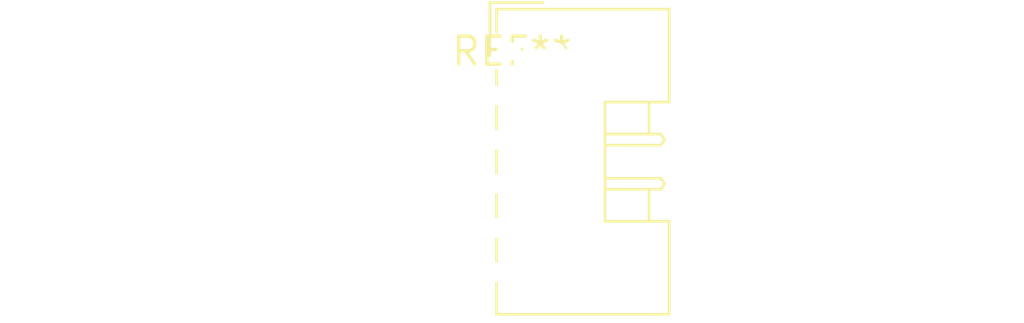
<source format=kicad_pcb>
(kicad_pcb (version 20240108) (generator pcbnew)
  (layers (0 "F.Cu" signal) (31 "B.Cu" signal) (34 "B.Paste" user) (35 "F.Paste" user) (36 "B.SilkS" user "B.Silkscreen") (37 "F.SilkS" user "F.Silkscreen") (38 "B.Mask" user) (39 "F.Mask" user) (44 "Edge.Cuts" user))
  (net 0 "")
  (footprint "JAE_LY20-12P-DLT1_2x06_P2.00mm_Horizontal" (layer "F.Cu") (at 0 0)
    (property "Reference" "REF**")
    (property "Value" "JAE_LY20-12P-DLT1_2x06_P2.00mm_Horizontal")
    (fp_line (start -1.01 -2.21) (end -1.01 0.2) (layer "F.SilkS") (stroke (width 0.12)))
    (fp_line (start -0.71 -1.91) (end -0.71 -0.86) (layer "F.SilkS") (stroke (width 0.12)))
    (fp_line (start -0.71 -1.91) (end 7.11 -1.91) (layer "F.SilkS") (stroke (width 0.12)))
    (fp_line (start -0.71 0.86) (end -0.71 1.514717) (layer "F.SilkS") (stroke (width 0.12)))
    (fp_line (start -0.71 2.485283) (end -0.71 3.514717) (layer "F.SilkS") (stroke (width 0.12)))
    (fp_line (start -0.71 4.485283) (end -0.71 5.514717) (layer "F.SilkS") (stroke (width 0.12)))
    (fp_line (start -0.71 6.485283) (end -0.71 7.514717) (layer "F.SilkS") (stroke (width 0.12)))
    (fp_line (start -0.71 8.485283) (end -0.71 9.514717) (layer "F.SilkS") (stroke (width 0.12)))
    (fp_line (start -0.71 10.485283) (end -0.71 11.91) (layer "F.SilkS") (stroke (width 0.12)))
    (fp_line (start -0.71 11.91) (end 7.11 11.91) (layer "F.SilkS") (stroke (width 0.12)))
    (fp_line (start 1.4 -2.21) (end -1.01 -2.21) (layer "F.SilkS") (stroke (width 0.12)))
    (fp_line (start 4.2 2.3) (end 4.2 5) (layer "F.SilkS") (stroke (width 0.12)))
    (fp_line (start 4.2 3.75) (end 6.733333 3.75) (layer "F.SilkS") (stroke (width 0.12)))
    (fp_line (start 4.2 5.75) (end 6.733333 5.75) (layer "F.SilkS") (stroke (width 0.12)))
    (fp_line (start 4.2 7.7) (end 4.2 5) (layer "F.SilkS") (stroke (width 0.12)))
    (fp_line (start 6.2 2.3) (end 6.2 3.75) (layer "F.SilkS") (stroke (width 0.12)))
    (fp_line (start 6.2 7.7) (end 6.2 6.25) (layer "F.SilkS") (stroke (width 0.12)))
    (fp_line (start 6.733333 3.75) (end 6.9 4) (layer "F.SilkS") (stroke (width 0.12)))
    (fp_line (start 6.733333 4.25) (end 4.2 4.25) (layer "F.SilkS") (stroke (width 0.12)))
    (fp_line (start 6.733333 5.75) (end 6.9 6) (layer "F.SilkS") (stroke (width 0.12)))
    (fp_line (start 6.733333 6.25) (end 4.2 6.25) (layer "F.SilkS") (stroke (width 0.12)))
    (fp_line (start 6.9 4) (end 6.733333 4.25) (layer "F.SilkS") (stroke (width 0.12)))
    (fp_line (start 6.9 6) (end 6.733333 6.25) (layer "F.SilkS") (stroke (width 0.12)))
    (fp_line (start 7.11 -1.91) (end 7.11 2.3) (layer "F.SilkS") (stroke (width 0.12)))
    (fp_line (start 7.11 2.3) (end 4.2 2.3) (layer "F.SilkS") (stroke (width 0.12)))
    (fp_line (start 7.11 7.7) (end 4.2 7.7) (layer "F.SilkS") (stroke (width 0.12)))
    (fp_line (start 7.11 11.91) (end 7.11 7.7) (layer "F.SilkS") (stroke (width 0.12)))
    (pad "a1" thru_hole roundrect (at 0 0) (size 1.2 1.2) (drill 0.8) (layers *.Cu *.Mask) (remove_unused_layers) (roundrect_rratio 0.208333))
    (pad "a2" thru_hole circle (at 0 2) (size 1.2 1.2) (drill 0.8) (layers *.Cu *.Mask) (remove_unused_layers))
    (pad "a3" thru_hole circle (at 0 4) (size 1.2 1.2) (drill 0.8) (layers *.Cu *.Mask) (remove_unused_layers))
    (pad "a4" thru_hole circle (at 0 6) (size 1.2 1.2) (drill 0.8) (layers *.Cu *.Mask) (remove_unused_layers))
    (pad "a5" thru_hole circle (at 0 8) (size 1.2 1.2) (drill 0.8) (layers *.Cu *.Mask) (remove_unused_layers))
    (pad "a6" thru_hole circle (at 0 10) (size 1.2 1.2) (drill 0.8) (layers *.Cu *.Mask) (remove_unused_layers))
    (pad "b1" thru_hole circle (at 2 0) (size 1.2 1.2) (drill 0.8) (layers *.Cu *.Mask) (remove_unused_layers))
    (pad "b2" thru_hole circle (at 2 2) (size 1.2 1.2) (drill 0.8) (layers *.Cu *.Mask) (remove_unused_layers))
    (pad "b3" thru_hole circle (at 2 4) (size 1.2 1.2) (drill 0.8) (layers *.Cu *.Mask) (remove_unused_layers))
    (pad "b4" thru_hole circle (at 2 6) (size 1.2 1.2) (drill 0.8) (layers *.Cu *.Mask) (remove_unused_layers))
    (pad "b5" thru_hole circle (at 2 8) (size 1.2 1.2) (drill 0.8) (layers *.Cu *.Mask) (remove_unused_layers))
    (pad "b6" thru_hole circle (at 2 10) (size 1.2 1.2) (drill 0.8) (layers *.Cu *.Mask) (remove_unused_layers))
  )
)
</source>
